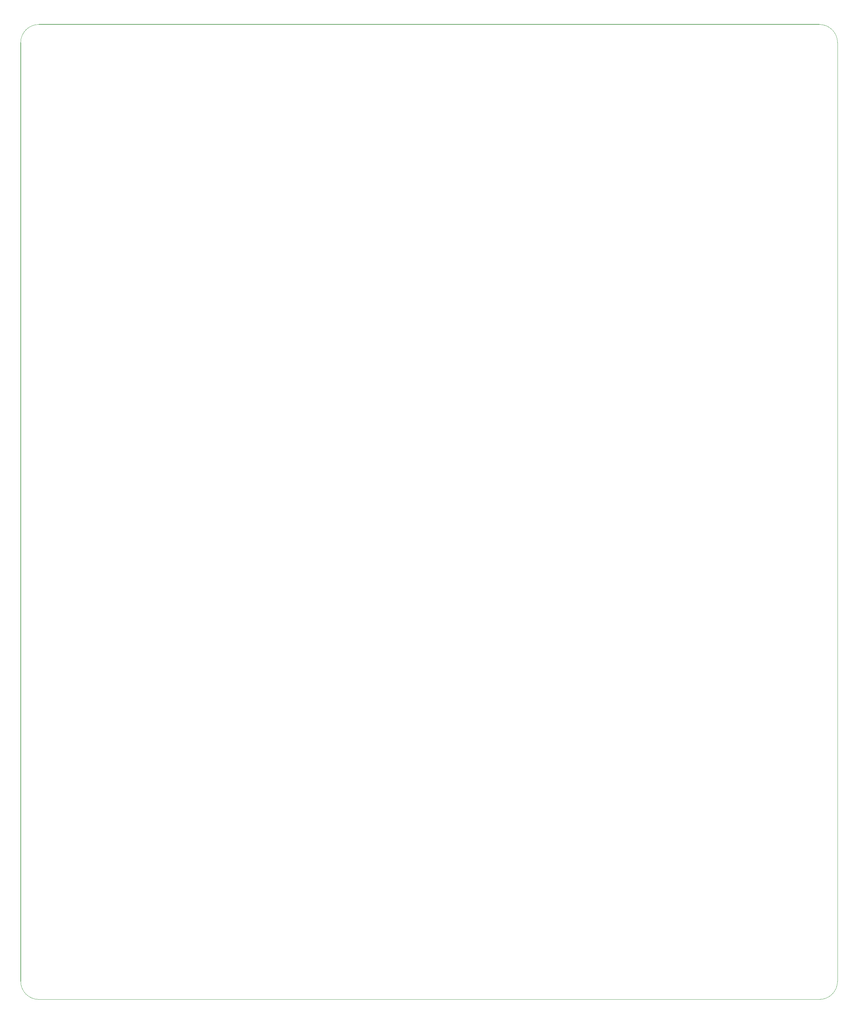
<source format=gbr>
G04 #@! TF.GenerationSoftware,KiCad,Pcbnew,(5.1.0-0)*
G04 #@! TF.CreationDate,2019-10-26T12:04:40-07:00*
G04 #@! TF.ProjectId,MainBoard,4d61696e-426f-4617-9264-2e6b69636164,rev?*
G04 #@! TF.SameCoordinates,Original*
G04 #@! TF.FileFunction,Profile,NP*
%FSLAX46Y46*%
G04 Gerber Fmt 4.6, Leading zero omitted, Abs format (unit mm)*
G04 Created by KiCad (PCBNEW (5.1.0-0)) date 2019-10-26 12:04:40*
%MOMM*%
%LPD*%
G04 APERTURE LIST*
%ADD10C,0.100000*%
%ADD11C,0.150000*%
G04 APERTURE END LIST*
D10*
X171450000Y-77470000D02*
G75*
G02X176530000Y-72390000I5080000J0D01*
G01*
X176530000Y-346710000D02*
G75*
G02X171450000Y-341630000I0J5080000D01*
G01*
X401320000Y-341630000D02*
G75*
G02X396240000Y-346710000I-5080000J0D01*
G01*
X396240000Y-72390000D02*
G75*
G02X401320000Y-77470000I0J-5080000D01*
G01*
X396240000Y-346710000D02*
X176530000Y-346710000D01*
X401320000Y-77470000D02*
X401320000Y-341630000D01*
D11*
X171450000Y-77470000D02*
X171450000Y-341630000D01*
X396240000Y-72390000D02*
X176530000Y-72390000D01*
M02*

</source>
